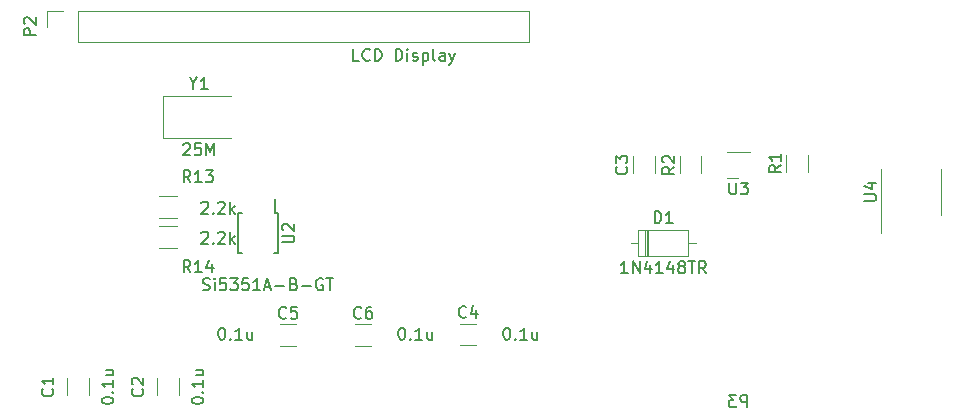
<source format=gbr>
%TF.GenerationSoftware,KiCad,Pcbnew,(6.0.6)*%
%TF.CreationDate,2022-07-29T16:20:17-07:00*%
%TF.ProjectId,uBitx Raduino Clone V2,75426974-7820-4526-9164-75696e6f2043,rev?*%
%TF.SameCoordinates,Original*%
%TF.FileFunction,Legend,Top*%
%TF.FilePolarity,Positive*%
%FSLAX46Y46*%
G04 Gerber Fmt 4.6, Leading zero omitted, Abs format (unit mm)*
G04 Created by KiCad (PCBNEW (6.0.6)) date 2022-07-29 16:20:17*
%MOMM*%
%LPD*%
G01*
G04 APERTURE LIST*
%ADD10C,0.150000*%
%ADD11C,0.120000*%
G04 APERTURE END LIST*
D10*
%TO.C,C3*%
X208819142Y-108370666D02*
X208866761Y-108418285D01*
X208914380Y-108561142D01*
X208914380Y-108656380D01*
X208866761Y-108799238D01*
X208771523Y-108894476D01*
X208676285Y-108942095D01*
X208485809Y-108989714D01*
X208342952Y-108989714D01*
X208152476Y-108942095D01*
X208057238Y-108894476D01*
X207962000Y-108799238D01*
X207914380Y-108656380D01*
X207914380Y-108561142D01*
X207962000Y-108418285D01*
X208009619Y-108370666D01*
X207914380Y-108037333D02*
X207914380Y-107418285D01*
X208295333Y-107751619D01*
X208295333Y-107608761D01*
X208342952Y-107513523D01*
X208390571Y-107465904D01*
X208485809Y-107418285D01*
X208723904Y-107418285D01*
X208819142Y-107465904D01*
X208866761Y-107513523D01*
X208914380Y-107608761D01*
X208914380Y-107894476D01*
X208866761Y-107989714D01*
X208819142Y-108037333D01*
%TO.C,C4*%
X195253333Y-121062142D02*
X195205714Y-121109761D01*
X195062857Y-121157380D01*
X194967619Y-121157380D01*
X194824761Y-121109761D01*
X194729523Y-121014523D01*
X194681904Y-120919285D01*
X194634285Y-120728809D01*
X194634285Y-120585952D01*
X194681904Y-120395476D01*
X194729523Y-120300238D01*
X194824761Y-120205000D01*
X194967619Y-120157380D01*
X195062857Y-120157380D01*
X195205714Y-120205000D01*
X195253333Y-120252619D01*
X196110476Y-120490714D02*
X196110476Y-121157380D01*
X195872380Y-120109761D02*
X195634285Y-120824047D01*
X196253333Y-120824047D01*
X198650714Y-122007380D02*
X198745952Y-122007380D01*
X198841190Y-122055000D01*
X198888809Y-122102619D01*
X198936428Y-122197857D01*
X198984047Y-122388333D01*
X198984047Y-122626428D01*
X198936428Y-122816904D01*
X198888809Y-122912142D01*
X198841190Y-122959761D01*
X198745952Y-123007380D01*
X198650714Y-123007380D01*
X198555476Y-122959761D01*
X198507857Y-122912142D01*
X198460238Y-122816904D01*
X198412619Y-122626428D01*
X198412619Y-122388333D01*
X198460238Y-122197857D01*
X198507857Y-122102619D01*
X198555476Y-122055000D01*
X198650714Y-122007380D01*
X199412619Y-122912142D02*
X199460238Y-122959761D01*
X199412619Y-123007380D01*
X199365000Y-122959761D01*
X199412619Y-122912142D01*
X199412619Y-123007380D01*
X200412619Y-123007380D02*
X199841190Y-123007380D01*
X200126904Y-123007380D02*
X200126904Y-122007380D01*
X200031666Y-122150238D01*
X199936428Y-122245476D01*
X199841190Y-122293095D01*
X201269761Y-122340714D02*
X201269761Y-123007380D01*
X200841190Y-122340714D02*
X200841190Y-122864523D01*
X200888809Y-122959761D01*
X200984047Y-123007380D01*
X201126904Y-123007380D01*
X201222142Y-122959761D01*
X201269761Y-122912142D01*
%TO.C,U2*%
X179692380Y-114761904D02*
X180501904Y-114761904D01*
X180597142Y-114714285D01*
X180644761Y-114666666D01*
X180692380Y-114571428D01*
X180692380Y-114380952D01*
X180644761Y-114285714D01*
X180597142Y-114238095D01*
X180501904Y-114190476D01*
X179692380Y-114190476D01*
X179787619Y-113761904D02*
X179740000Y-113714285D01*
X179692380Y-113619047D01*
X179692380Y-113380952D01*
X179740000Y-113285714D01*
X179787619Y-113238095D01*
X179882857Y-113190476D01*
X179978095Y-113190476D01*
X180120952Y-113238095D01*
X180692380Y-113809523D01*
X180692380Y-113190476D01*
X172958809Y-118768761D02*
X173101666Y-118816380D01*
X173339761Y-118816380D01*
X173435000Y-118768761D01*
X173482619Y-118721142D01*
X173530238Y-118625904D01*
X173530238Y-118530666D01*
X173482619Y-118435428D01*
X173435000Y-118387809D01*
X173339761Y-118340190D01*
X173149285Y-118292571D01*
X173054047Y-118244952D01*
X173006428Y-118197333D01*
X172958809Y-118102095D01*
X172958809Y-118006857D01*
X173006428Y-117911619D01*
X173054047Y-117864000D01*
X173149285Y-117816380D01*
X173387380Y-117816380D01*
X173530238Y-117864000D01*
X173958809Y-118816380D02*
X173958809Y-118149714D01*
X173958809Y-117816380D02*
X173911190Y-117864000D01*
X173958809Y-117911619D01*
X174006428Y-117864000D01*
X173958809Y-117816380D01*
X173958809Y-117911619D01*
X174911190Y-117816380D02*
X174435000Y-117816380D01*
X174387380Y-118292571D01*
X174435000Y-118244952D01*
X174530238Y-118197333D01*
X174768333Y-118197333D01*
X174863571Y-118244952D01*
X174911190Y-118292571D01*
X174958809Y-118387809D01*
X174958809Y-118625904D01*
X174911190Y-118721142D01*
X174863571Y-118768761D01*
X174768333Y-118816380D01*
X174530238Y-118816380D01*
X174435000Y-118768761D01*
X174387380Y-118721142D01*
X175292142Y-117816380D02*
X175911190Y-117816380D01*
X175577857Y-118197333D01*
X175720714Y-118197333D01*
X175815952Y-118244952D01*
X175863571Y-118292571D01*
X175911190Y-118387809D01*
X175911190Y-118625904D01*
X175863571Y-118721142D01*
X175815952Y-118768761D01*
X175720714Y-118816380D01*
X175435000Y-118816380D01*
X175339761Y-118768761D01*
X175292142Y-118721142D01*
X176815952Y-117816380D02*
X176339761Y-117816380D01*
X176292142Y-118292571D01*
X176339761Y-118244952D01*
X176435000Y-118197333D01*
X176673095Y-118197333D01*
X176768333Y-118244952D01*
X176815952Y-118292571D01*
X176863571Y-118387809D01*
X176863571Y-118625904D01*
X176815952Y-118721142D01*
X176768333Y-118768761D01*
X176673095Y-118816380D01*
X176435000Y-118816380D01*
X176339761Y-118768761D01*
X176292142Y-118721142D01*
X177815952Y-118816380D02*
X177244523Y-118816380D01*
X177530238Y-118816380D02*
X177530238Y-117816380D01*
X177435000Y-117959238D01*
X177339761Y-118054476D01*
X177244523Y-118102095D01*
X178196904Y-118530666D02*
X178673095Y-118530666D01*
X178101666Y-118816380D02*
X178435000Y-117816380D01*
X178768333Y-118816380D01*
X179101666Y-118435428D02*
X179863571Y-118435428D01*
X180673095Y-118292571D02*
X180815952Y-118340190D01*
X180863571Y-118387809D01*
X180911190Y-118483047D01*
X180911190Y-118625904D01*
X180863571Y-118721142D01*
X180815952Y-118768761D01*
X180720714Y-118816380D01*
X180339761Y-118816380D01*
X180339761Y-117816380D01*
X180673095Y-117816380D01*
X180768333Y-117864000D01*
X180815952Y-117911619D01*
X180863571Y-118006857D01*
X180863571Y-118102095D01*
X180815952Y-118197333D01*
X180768333Y-118244952D01*
X180673095Y-118292571D01*
X180339761Y-118292571D01*
X181339761Y-118435428D02*
X182101666Y-118435428D01*
X183101666Y-117864000D02*
X183006428Y-117816380D01*
X182863571Y-117816380D01*
X182720714Y-117864000D01*
X182625476Y-117959238D01*
X182577857Y-118054476D01*
X182530238Y-118244952D01*
X182530238Y-118387809D01*
X182577857Y-118578285D01*
X182625476Y-118673523D01*
X182720714Y-118768761D01*
X182863571Y-118816380D01*
X182958809Y-118816380D01*
X183101666Y-118768761D01*
X183149285Y-118721142D01*
X183149285Y-118387809D01*
X182958809Y-118387809D01*
X183435000Y-117816380D02*
X184006428Y-117816380D01*
X183720714Y-118816380D02*
X183720714Y-117816380D01*
%TO.C,C1*%
X160217142Y-127166666D02*
X160264761Y-127214285D01*
X160312380Y-127357142D01*
X160312380Y-127452380D01*
X160264761Y-127595238D01*
X160169523Y-127690476D01*
X160074285Y-127738095D01*
X159883809Y-127785714D01*
X159740952Y-127785714D01*
X159550476Y-127738095D01*
X159455238Y-127690476D01*
X159360000Y-127595238D01*
X159312380Y-127452380D01*
X159312380Y-127357142D01*
X159360000Y-127214285D01*
X159407619Y-127166666D01*
X160312380Y-126214285D02*
X160312380Y-126785714D01*
X160312380Y-126500000D02*
X159312380Y-126500000D01*
X159455238Y-126595238D01*
X159550476Y-126690476D01*
X159598095Y-126785714D01*
X164392380Y-128214285D02*
X164392380Y-128119047D01*
X164440000Y-128023809D01*
X164487619Y-127976190D01*
X164582857Y-127928571D01*
X164773333Y-127880952D01*
X165011428Y-127880952D01*
X165201904Y-127928571D01*
X165297142Y-127976190D01*
X165344761Y-128023809D01*
X165392380Y-128119047D01*
X165392380Y-128214285D01*
X165344761Y-128309523D01*
X165297142Y-128357142D01*
X165201904Y-128404761D01*
X165011428Y-128452380D01*
X164773333Y-128452380D01*
X164582857Y-128404761D01*
X164487619Y-128357142D01*
X164440000Y-128309523D01*
X164392380Y-128214285D01*
X165297142Y-127452380D02*
X165344761Y-127404761D01*
X165392380Y-127452380D01*
X165344761Y-127500000D01*
X165297142Y-127452380D01*
X165392380Y-127452380D01*
X165392380Y-126452380D02*
X165392380Y-127023809D01*
X165392380Y-126738095D02*
X164392380Y-126738095D01*
X164535238Y-126833333D01*
X164630476Y-126928571D01*
X164678095Y-127023809D01*
X164725714Y-125595238D02*
X165392380Y-125595238D01*
X164725714Y-126023809D02*
X165249523Y-126023809D01*
X165344761Y-125976190D01*
X165392380Y-125880952D01*
X165392380Y-125738095D01*
X165344761Y-125642857D01*
X165297142Y-125595238D01*
%TO.C,C5*%
X180013333Y-121132142D02*
X179965714Y-121179761D01*
X179822857Y-121227380D01*
X179727619Y-121227380D01*
X179584761Y-121179761D01*
X179489523Y-121084523D01*
X179441904Y-120989285D01*
X179394285Y-120798809D01*
X179394285Y-120655952D01*
X179441904Y-120465476D01*
X179489523Y-120370238D01*
X179584761Y-120275000D01*
X179727619Y-120227380D01*
X179822857Y-120227380D01*
X179965714Y-120275000D01*
X180013333Y-120322619D01*
X180918095Y-120227380D02*
X180441904Y-120227380D01*
X180394285Y-120703571D01*
X180441904Y-120655952D01*
X180537142Y-120608333D01*
X180775238Y-120608333D01*
X180870476Y-120655952D01*
X180918095Y-120703571D01*
X180965714Y-120798809D01*
X180965714Y-121036904D01*
X180918095Y-121132142D01*
X180870476Y-121179761D01*
X180775238Y-121227380D01*
X180537142Y-121227380D01*
X180441904Y-121179761D01*
X180394285Y-121132142D01*
X174520714Y-122007380D02*
X174615952Y-122007380D01*
X174711190Y-122055000D01*
X174758809Y-122102619D01*
X174806428Y-122197857D01*
X174854047Y-122388333D01*
X174854047Y-122626428D01*
X174806428Y-122816904D01*
X174758809Y-122912142D01*
X174711190Y-122959761D01*
X174615952Y-123007380D01*
X174520714Y-123007380D01*
X174425476Y-122959761D01*
X174377857Y-122912142D01*
X174330238Y-122816904D01*
X174282619Y-122626428D01*
X174282619Y-122388333D01*
X174330238Y-122197857D01*
X174377857Y-122102619D01*
X174425476Y-122055000D01*
X174520714Y-122007380D01*
X175282619Y-122912142D02*
X175330238Y-122959761D01*
X175282619Y-123007380D01*
X175235000Y-122959761D01*
X175282619Y-122912142D01*
X175282619Y-123007380D01*
X176282619Y-123007380D02*
X175711190Y-123007380D01*
X175996904Y-123007380D02*
X175996904Y-122007380D01*
X175901666Y-122150238D01*
X175806428Y-122245476D01*
X175711190Y-122293095D01*
X177139761Y-122340714D02*
X177139761Y-123007380D01*
X176711190Y-122340714D02*
X176711190Y-122864523D01*
X176758809Y-122959761D01*
X176854047Y-123007380D01*
X176996904Y-123007380D01*
X177092142Y-122959761D01*
X177139761Y-122912142D01*
%TO.C,R13*%
X171917142Y-109672380D02*
X171583809Y-109196190D01*
X171345714Y-109672380D02*
X171345714Y-108672380D01*
X171726666Y-108672380D01*
X171821904Y-108720000D01*
X171869523Y-108767619D01*
X171917142Y-108862857D01*
X171917142Y-109005714D01*
X171869523Y-109100952D01*
X171821904Y-109148571D01*
X171726666Y-109196190D01*
X171345714Y-109196190D01*
X172869523Y-109672380D02*
X172298095Y-109672380D01*
X172583809Y-109672380D02*
X172583809Y-108672380D01*
X172488571Y-108815238D01*
X172393333Y-108910476D01*
X172298095Y-108958095D01*
X173202857Y-108672380D02*
X173821904Y-108672380D01*
X173488571Y-109053333D01*
X173631428Y-109053333D01*
X173726666Y-109100952D01*
X173774285Y-109148571D01*
X173821904Y-109243809D01*
X173821904Y-109481904D01*
X173774285Y-109577142D01*
X173726666Y-109624761D01*
X173631428Y-109672380D01*
X173345714Y-109672380D01*
X173250476Y-109624761D01*
X173202857Y-109577142D01*
X172839238Y-111434619D02*
X172886857Y-111387000D01*
X172982095Y-111339380D01*
X173220190Y-111339380D01*
X173315428Y-111387000D01*
X173363047Y-111434619D01*
X173410666Y-111529857D01*
X173410666Y-111625095D01*
X173363047Y-111767952D01*
X172791619Y-112339380D01*
X173410666Y-112339380D01*
X173839238Y-112244142D02*
X173886857Y-112291761D01*
X173839238Y-112339380D01*
X173791619Y-112291761D01*
X173839238Y-112244142D01*
X173839238Y-112339380D01*
X174267809Y-111434619D02*
X174315428Y-111387000D01*
X174410666Y-111339380D01*
X174648761Y-111339380D01*
X174744000Y-111387000D01*
X174791619Y-111434619D01*
X174839238Y-111529857D01*
X174839238Y-111625095D01*
X174791619Y-111767952D01*
X174220190Y-112339380D01*
X174839238Y-112339380D01*
X175267809Y-112339380D02*
X175267809Y-111339380D01*
X175363047Y-111958428D02*
X175648761Y-112339380D01*
X175648761Y-111672714D02*
X175267809Y-112053666D01*
%TO.C,U3*%
X217551095Y-109712880D02*
X217551095Y-110522404D01*
X217598714Y-110617642D01*
X217646333Y-110665261D01*
X217741571Y-110712880D01*
X217932047Y-110712880D01*
X218027285Y-110665261D01*
X218074904Y-110617642D01*
X218122523Y-110522404D01*
X218122523Y-109712880D01*
X218503476Y-109712880D02*
X219122523Y-109712880D01*
X218789190Y-110093833D01*
X218932047Y-110093833D01*
X219027285Y-110141452D01*
X219074904Y-110189071D01*
X219122523Y-110284309D01*
X219122523Y-110522404D01*
X219074904Y-110617642D01*
X219027285Y-110665261D01*
X218932047Y-110712880D01*
X218646333Y-110712880D01*
X218551095Y-110665261D01*
X218503476Y-110617642D01*
%TO.C,C2*%
X167837142Y-127166666D02*
X167884761Y-127214285D01*
X167932380Y-127357142D01*
X167932380Y-127452380D01*
X167884761Y-127595238D01*
X167789523Y-127690476D01*
X167694285Y-127738095D01*
X167503809Y-127785714D01*
X167360952Y-127785714D01*
X167170476Y-127738095D01*
X167075238Y-127690476D01*
X166980000Y-127595238D01*
X166932380Y-127452380D01*
X166932380Y-127357142D01*
X166980000Y-127214285D01*
X167027619Y-127166666D01*
X167027619Y-126785714D02*
X166980000Y-126738095D01*
X166932380Y-126642857D01*
X166932380Y-126404761D01*
X166980000Y-126309523D01*
X167027619Y-126261904D01*
X167122857Y-126214285D01*
X167218095Y-126214285D01*
X167360952Y-126261904D01*
X167932380Y-126833333D01*
X167932380Y-126214285D01*
X172012380Y-128214285D02*
X172012380Y-128119047D01*
X172060000Y-128023809D01*
X172107619Y-127976190D01*
X172202857Y-127928571D01*
X172393333Y-127880952D01*
X172631428Y-127880952D01*
X172821904Y-127928571D01*
X172917142Y-127976190D01*
X172964761Y-128023809D01*
X173012380Y-128119047D01*
X173012380Y-128214285D01*
X172964761Y-128309523D01*
X172917142Y-128357142D01*
X172821904Y-128404761D01*
X172631428Y-128452380D01*
X172393333Y-128452380D01*
X172202857Y-128404761D01*
X172107619Y-128357142D01*
X172060000Y-128309523D01*
X172012380Y-128214285D01*
X172917142Y-127452380D02*
X172964761Y-127404761D01*
X173012380Y-127452380D01*
X172964761Y-127500000D01*
X172917142Y-127452380D01*
X173012380Y-127452380D01*
X173012380Y-126452380D02*
X173012380Y-127023809D01*
X173012380Y-126738095D02*
X172012380Y-126738095D01*
X172155238Y-126833333D01*
X172250476Y-126928571D01*
X172298095Y-127023809D01*
X172345714Y-125595238D02*
X173012380Y-125595238D01*
X172345714Y-126023809D02*
X172869523Y-126023809D01*
X172964761Y-125976190D01*
X173012380Y-125880952D01*
X173012380Y-125738095D01*
X172964761Y-125642857D01*
X172917142Y-125595238D01*
%TO.C,R14*%
X171917142Y-117292380D02*
X171583809Y-116816190D01*
X171345714Y-117292380D02*
X171345714Y-116292380D01*
X171726666Y-116292380D01*
X171821904Y-116340000D01*
X171869523Y-116387619D01*
X171917142Y-116482857D01*
X171917142Y-116625714D01*
X171869523Y-116720952D01*
X171821904Y-116768571D01*
X171726666Y-116816190D01*
X171345714Y-116816190D01*
X172869523Y-117292380D02*
X172298095Y-117292380D01*
X172583809Y-117292380D02*
X172583809Y-116292380D01*
X172488571Y-116435238D01*
X172393333Y-116530476D01*
X172298095Y-116578095D01*
X173726666Y-116625714D02*
X173726666Y-117292380D01*
X173488571Y-116244761D02*
X173250476Y-116959047D01*
X173869523Y-116959047D01*
X172839238Y-113974619D02*
X172886857Y-113927000D01*
X172982095Y-113879380D01*
X173220190Y-113879380D01*
X173315428Y-113927000D01*
X173363047Y-113974619D01*
X173410666Y-114069857D01*
X173410666Y-114165095D01*
X173363047Y-114307952D01*
X172791619Y-114879380D01*
X173410666Y-114879380D01*
X173839238Y-114784142D02*
X173886857Y-114831761D01*
X173839238Y-114879380D01*
X173791619Y-114831761D01*
X173839238Y-114784142D01*
X173839238Y-114879380D01*
X174267809Y-113974619D02*
X174315428Y-113927000D01*
X174410666Y-113879380D01*
X174648761Y-113879380D01*
X174744000Y-113927000D01*
X174791619Y-113974619D01*
X174839238Y-114069857D01*
X174839238Y-114165095D01*
X174791619Y-114307952D01*
X174220190Y-114879380D01*
X174839238Y-114879380D01*
X175267809Y-114879380D02*
X175267809Y-113879380D01*
X175363047Y-114498428D02*
X175648761Y-114879380D01*
X175648761Y-114212714D02*
X175267809Y-114593666D01*
%TO.C,R2*%
X212881380Y-108370666D02*
X212405190Y-108704000D01*
X212881380Y-108942095D02*
X211881380Y-108942095D01*
X211881380Y-108561142D01*
X211929000Y-108465904D01*
X211976619Y-108418285D01*
X212071857Y-108370666D01*
X212214714Y-108370666D01*
X212309952Y-108418285D01*
X212357571Y-108465904D01*
X212405190Y-108561142D01*
X212405190Y-108942095D01*
X211976619Y-107989714D02*
X211929000Y-107942095D01*
X211881380Y-107846857D01*
X211881380Y-107608761D01*
X211929000Y-107513523D01*
X211976619Y-107465904D01*
X212071857Y-107418285D01*
X212167095Y-107418285D01*
X212309952Y-107465904D01*
X212881380Y-108037333D01*
X212881380Y-107418285D01*
%TO.C,C6*%
X186363333Y-121132142D02*
X186315714Y-121179761D01*
X186172857Y-121227380D01*
X186077619Y-121227380D01*
X185934761Y-121179761D01*
X185839523Y-121084523D01*
X185791904Y-120989285D01*
X185744285Y-120798809D01*
X185744285Y-120655952D01*
X185791904Y-120465476D01*
X185839523Y-120370238D01*
X185934761Y-120275000D01*
X186077619Y-120227380D01*
X186172857Y-120227380D01*
X186315714Y-120275000D01*
X186363333Y-120322619D01*
X187220476Y-120227380D02*
X187030000Y-120227380D01*
X186934761Y-120275000D01*
X186887142Y-120322619D01*
X186791904Y-120465476D01*
X186744285Y-120655952D01*
X186744285Y-121036904D01*
X186791904Y-121132142D01*
X186839523Y-121179761D01*
X186934761Y-121227380D01*
X187125238Y-121227380D01*
X187220476Y-121179761D01*
X187268095Y-121132142D01*
X187315714Y-121036904D01*
X187315714Y-120798809D01*
X187268095Y-120703571D01*
X187220476Y-120655952D01*
X187125238Y-120608333D01*
X186934761Y-120608333D01*
X186839523Y-120655952D01*
X186791904Y-120703571D01*
X186744285Y-120798809D01*
X189760714Y-122007380D02*
X189855952Y-122007380D01*
X189951190Y-122055000D01*
X189998809Y-122102619D01*
X190046428Y-122197857D01*
X190094047Y-122388333D01*
X190094047Y-122626428D01*
X190046428Y-122816904D01*
X189998809Y-122912142D01*
X189951190Y-122959761D01*
X189855952Y-123007380D01*
X189760714Y-123007380D01*
X189665476Y-122959761D01*
X189617857Y-122912142D01*
X189570238Y-122816904D01*
X189522619Y-122626428D01*
X189522619Y-122388333D01*
X189570238Y-122197857D01*
X189617857Y-122102619D01*
X189665476Y-122055000D01*
X189760714Y-122007380D01*
X190522619Y-122912142D02*
X190570238Y-122959761D01*
X190522619Y-123007380D01*
X190475000Y-122959761D01*
X190522619Y-122912142D01*
X190522619Y-123007380D01*
X191522619Y-123007380D02*
X190951190Y-123007380D01*
X191236904Y-123007380D02*
X191236904Y-122007380D01*
X191141666Y-122150238D01*
X191046428Y-122245476D01*
X190951190Y-122293095D01*
X192379761Y-122340714D02*
X192379761Y-123007380D01*
X191951190Y-122340714D02*
X191951190Y-122864523D01*
X191998809Y-122959761D01*
X192094047Y-123007380D01*
X192236904Y-123007380D01*
X192332142Y-122959761D01*
X192379761Y-122912142D01*
%TO.C,R1*%
X221898380Y-108243666D02*
X221422190Y-108577000D01*
X221898380Y-108815095D02*
X220898380Y-108815095D01*
X220898380Y-108434142D01*
X220946000Y-108338904D01*
X220993619Y-108291285D01*
X221088857Y-108243666D01*
X221231714Y-108243666D01*
X221326952Y-108291285D01*
X221374571Y-108338904D01*
X221422190Y-108434142D01*
X221422190Y-108815095D01*
X221898380Y-107291285D02*
X221898380Y-107862714D01*
X221898380Y-107577000D02*
X220898380Y-107577000D01*
X221041238Y-107672238D01*
X221136476Y-107767476D01*
X221184095Y-107862714D01*
%TO.C,Y1*%
X172171809Y-101316190D02*
X172171809Y-101792380D01*
X171838476Y-100792380D02*
X172171809Y-101316190D01*
X172505142Y-100792380D01*
X173362285Y-101792380D02*
X172790857Y-101792380D01*
X173076571Y-101792380D02*
X173076571Y-100792380D01*
X172981333Y-100935238D01*
X172886095Y-101030476D01*
X172790857Y-101078095D01*
X171314666Y-106487619D02*
X171362285Y-106440000D01*
X171457523Y-106392380D01*
X171695619Y-106392380D01*
X171790857Y-106440000D01*
X171838476Y-106487619D01*
X171886095Y-106582857D01*
X171886095Y-106678095D01*
X171838476Y-106820952D01*
X171267047Y-107392380D01*
X171886095Y-107392380D01*
X172790857Y-106392380D02*
X172314666Y-106392380D01*
X172267047Y-106868571D01*
X172314666Y-106820952D01*
X172409904Y-106773333D01*
X172648000Y-106773333D01*
X172743238Y-106820952D01*
X172790857Y-106868571D01*
X172838476Y-106963809D01*
X172838476Y-107201904D01*
X172790857Y-107297142D01*
X172743238Y-107344761D01*
X172648000Y-107392380D01*
X172409904Y-107392380D01*
X172314666Y-107344761D01*
X172267047Y-107297142D01*
X173267047Y-107392380D02*
X173267047Y-106392380D01*
X173600380Y-107106666D01*
X173933714Y-106392380D01*
X173933714Y-107392380D01*
%TO.C,D1*%
X211224904Y-113140380D02*
X211224904Y-112140380D01*
X211463000Y-112140380D01*
X211605857Y-112188000D01*
X211701095Y-112283238D01*
X211748714Y-112378476D01*
X211796333Y-112568952D01*
X211796333Y-112711809D01*
X211748714Y-112902285D01*
X211701095Y-112997523D01*
X211605857Y-113092761D01*
X211463000Y-113140380D01*
X211224904Y-113140380D01*
X212748714Y-113140380D02*
X212177285Y-113140380D01*
X212463000Y-113140380D02*
X212463000Y-112140380D01*
X212367761Y-112283238D01*
X212272523Y-112378476D01*
X212177285Y-112426095D01*
X208939190Y-117380380D02*
X208367761Y-117380380D01*
X208653476Y-117380380D02*
X208653476Y-116380380D01*
X208558238Y-116523238D01*
X208463000Y-116618476D01*
X208367761Y-116666095D01*
X209367761Y-117380380D02*
X209367761Y-116380380D01*
X209939190Y-117380380D01*
X209939190Y-116380380D01*
X210843952Y-116713714D02*
X210843952Y-117380380D01*
X210605857Y-116332761D02*
X210367761Y-117047047D01*
X210986809Y-117047047D01*
X211891571Y-117380380D02*
X211320142Y-117380380D01*
X211605857Y-117380380D02*
X211605857Y-116380380D01*
X211510619Y-116523238D01*
X211415380Y-116618476D01*
X211320142Y-116666095D01*
X212748714Y-116713714D02*
X212748714Y-117380380D01*
X212510619Y-116332761D02*
X212272523Y-117047047D01*
X212891571Y-117047047D01*
X213415380Y-116808952D02*
X213320142Y-116761333D01*
X213272523Y-116713714D01*
X213224904Y-116618476D01*
X213224904Y-116570857D01*
X213272523Y-116475619D01*
X213320142Y-116428000D01*
X213415380Y-116380380D01*
X213605857Y-116380380D01*
X213701095Y-116428000D01*
X213748714Y-116475619D01*
X213796333Y-116570857D01*
X213796333Y-116618476D01*
X213748714Y-116713714D01*
X213701095Y-116761333D01*
X213605857Y-116808952D01*
X213415380Y-116808952D01*
X213320142Y-116856571D01*
X213272523Y-116904190D01*
X213224904Y-116999428D01*
X213224904Y-117189904D01*
X213272523Y-117285142D01*
X213320142Y-117332761D01*
X213415380Y-117380380D01*
X213605857Y-117380380D01*
X213701095Y-117332761D01*
X213748714Y-117285142D01*
X213796333Y-117189904D01*
X213796333Y-116999428D01*
X213748714Y-116904190D01*
X213701095Y-116856571D01*
X213605857Y-116808952D01*
X214082047Y-116380380D02*
X214653476Y-116380380D01*
X214367761Y-117380380D02*
X214367761Y-116380380D01*
X215558238Y-117380380D02*
X215224904Y-116904190D01*
X214986809Y-117380380D02*
X214986809Y-116380380D01*
X215367761Y-116380380D01*
X215463000Y-116428000D01*
X215510619Y-116475619D01*
X215558238Y-116570857D01*
X215558238Y-116713714D01*
X215510619Y-116808952D01*
X215463000Y-116856571D01*
X215367761Y-116904190D01*
X214986809Y-116904190D01*
%TO.C,P2*%
X158812380Y-97233095D02*
X157812380Y-97233095D01*
X157812380Y-96852142D01*
X157860000Y-96756904D01*
X157907619Y-96709285D01*
X158002857Y-96661666D01*
X158145714Y-96661666D01*
X158240952Y-96709285D01*
X158288571Y-96756904D01*
X158336190Y-96852142D01*
X158336190Y-97233095D01*
X157907619Y-96280714D02*
X157860000Y-96233095D01*
X157812380Y-96137857D01*
X157812380Y-95899761D01*
X157860000Y-95804523D01*
X157907619Y-95756904D01*
X158002857Y-95709285D01*
X158098095Y-95709285D01*
X158240952Y-95756904D01*
X158812380Y-96328333D01*
X158812380Y-95709285D01*
X186197095Y-99385380D02*
X185720904Y-99385380D01*
X185720904Y-98385380D01*
X187101857Y-99290142D02*
X187054238Y-99337761D01*
X186911380Y-99385380D01*
X186816142Y-99385380D01*
X186673285Y-99337761D01*
X186578047Y-99242523D01*
X186530428Y-99147285D01*
X186482809Y-98956809D01*
X186482809Y-98813952D01*
X186530428Y-98623476D01*
X186578047Y-98528238D01*
X186673285Y-98433000D01*
X186816142Y-98385380D01*
X186911380Y-98385380D01*
X187054238Y-98433000D01*
X187101857Y-98480619D01*
X187530428Y-99385380D02*
X187530428Y-98385380D01*
X187768523Y-98385380D01*
X187911380Y-98433000D01*
X188006619Y-98528238D01*
X188054238Y-98623476D01*
X188101857Y-98813952D01*
X188101857Y-98956809D01*
X188054238Y-99147285D01*
X188006619Y-99242523D01*
X187911380Y-99337761D01*
X187768523Y-99385380D01*
X187530428Y-99385380D01*
X189292333Y-99385380D02*
X189292333Y-98385380D01*
X189530428Y-98385380D01*
X189673285Y-98433000D01*
X189768523Y-98528238D01*
X189816142Y-98623476D01*
X189863761Y-98813952D01*
X189863761Y-98956809D01*
X189816142Y-99147285D01*
X189768523Y-99242523D01*
X189673285Y-99337761D01*
X189530428Y-99385380D01*
X189292333Y-99385380D01*
X190292333Y-99385380D02*
X190292333Y-98718714D01*
X190292333Y-98385380D02*
X190244714Y-98433000D01*
X190292333Y-98480619D01*
X190339952Y-98433000D01*
X190292333Y-98385380D01*
X190292333Y-98480619D01*
X190720904Y-99337761D02*
X190816142Y-99385380D01*
X191006619Y-99385380D01*
X191101857Y-99337761D01*
X191149476Y-99242523D01*
X191149476Y-99194904D01*
X191101857Y-99099666D01*
X191006619Y-99052047D01*
X190863761Y-99052047D01*
X190768523Y-99004428D01*
X190720904Y-98909190D01*
X190720904Y-98861571D01*
X190768523Y-98766333D01*
X190863761Y-98718714D01*
X191006619Y-98718714D01*
X191101857Y-98766333D01*
X191578047Y-98718714D02*
X191578047Y-99718714D01*
X191578047Y-98766333D02*
X191673285Y-98718714D01*
X191863761Y-98718714D01*
X191959000Y-98766333D01*
X192006619Y-98813952D01*
X192054238Y-98909190D01*
X192054238Y-99194904D01*
X192006619Y-99290142D01*
X191959000Y-99337761D01*
X191863761Y-99385380D01*
X191673285Y-99385380D01*
X191578047Y-99337761D01*
X192625666Y-99385380D02*
X192530428Y-99337761D01*
X192482809Y-99242523D01*
X192482809Y-98385380D01*
X193435190Y-99385380D02*
X193435190Y-98861571D01*
X193387571Y-98766333D01*
X193292333Y-98718714D01*
X193101857Y-98718714D01*
X193006619Y-98766333D01*
X193435190Y-99337761D02*
X193339952Y-99385380D01*
X193101857Y-99385380D01*
X193006619Y-99337761D01*
X192959000Y-99242523D01*
X192959000Y-99147285D01*
X193006619Y-99052047D01*
X193101857Y-99004428D01*
X193339952Y-99004428D01*
X193435190Y-98956809D01*
X193816142Y-98718714D02*
X194054238Y-99385380D01*
X194292333Y-98718714D02*
X194054238Y-99385380D01*
X193959000Y-99623476D01*
X193911380Y-99671095D01*
X193816142Y-99718714D01*
%TO.C,U4*%
X228970380Y-111251904D02*
X229779904Y-111251904D01*
X229875142Y-111204285D01*
X229922761Y-111156666D01*
X229970380Y-111061428D01*
X229970380Y-110870952D01*
X229922761Y-110775714D01*
X229875142Y-110728095D01*
X229779904Y-110680476D01*
X228970380Y-110680476D01*
X229303714Y-109775714D02*
X229970380Y-109775714D01*
X228922761Y-110013809D02*
X229637047Y-110251904D01*
X229637047Y-109632857D01*
%TO.C,P3*%
X219018095Y-128722380D02*
X219018095Y-127722380D01*
X218637142Y-127722380D01*
X218541904Y-127770000D01*
X218494285Y-127817619D01*
X218446666Y-127912857D01*
X218446666Y-128055714D01*
X218494285Y-128150952D01*
X218541904Y-128198571D01*
X218637142Y-128246190D01*
X219018095Y-128246190D01*
X218113333Y-127722380D02*
X217494285Y-127722380D01*
X217827619Y-128103333D01*
X217684761Y-128103333D01*
X217589523Y-128150952D01*
X217541904Y-128198571D01*
X217494285Y-128293809D01*
X217494285Y-128531904D01*
X217541904Y-128627142D01*
X217589523Y-128674761D01*
X217684761Y-128722380D01*
X217970476Y-128722380D01*
X218065714Y-128674761D01*
X218113333Y-128627142D01*
D11*
%TO.C,C3*%
X211222000Y-108915252D02*
X211222000Y-107492748D01*
X209402000Y-108915252D02*
X209402000Y-107492748D01*
%TO.C,C4*%
X194708748Y-121645000D02*
X196131252Y-121645000D01*
X194708748Y-123465000D02*
X196131252Y-123465000D01*
D10*
%TO.C,U2*%
X175965000Y-112325000D02*
X176265000Y-112325000D01*
X179090000Y-112325000D02*
X179090000Y-111100000D01*
X175965000Y-115675000D02*
X176265000Y-115675000D01*
X179315000Y-112325000D02*
X179315000Y-115675000D01*
X179315000Y-115675000D02*
X179015000Y-115675000D01*
X175965000Y-112325000D02*
X175965000Y-115675000D01*
X179315000Y-112325000D02*
X179090000Y-112325000D01*
D11*
%TO.C,C1*%
X161490000Y-126288748D02*
X161490000Y-127711252D01*
X163310000Y-126288748D02*
X163310000Y-127711252D01*
%TO.C,C5*%
X179468748Y-121715000D02*
X180891252Y-121715000D01*
X179468748Y-123535000D02*
X180891252Y-123535000D01*
%TO.C,R13*%
X170747064Y-110850000D02*
X169292936Y-110850000D01*
X170747064Y-112670000D02*
X169292936Y-112670000D01*
%TO.C,U3*%
X218313000Y-109360500D02*
X217313000Y-109360500D01*
X219313000Y-107160500D02*
X217313000Y-107160500D01*
%TO.C,C2*%
X169110000Y-126288748D02*
X169110000Y-127711252D01*
X170930000Y-126288748D02*
X170930000Y-127711252D01*
%TO.C,R14*%
X169292936Y-115210000D02*
X170747064Y-115210000D01*
X169292936Y-113390000D02*
X170747064Y-113390000D01*
%TO.C,R2*%
X215159000Y-108931064D02*
X215159000Y-107476936D01*
X213339000Y-108931064D02*
X213339000Y-107476936D01*
%TO.C,C6*%
X185818748Y-121715000D02*
X187241252Y-121715000D01*
X185818748Y-123535000D02*
X187241252Y-123535000D01*
%TO.C,R1*%
X224176000Y-108804064D02*
X224176000Y-107349936D01*
X222356000Y-108804064D02*
X222356000Y-107349936D01*
%TO.C,Y1*%
X169598000Y-102340000D02*
X169598000Y-105940000D01*
X175348000Y-102340000D02*
X169598000Y-102340000D01*
X169598000Y-105940000D02*
X175348000Y-105940000D01*
%TO.C,D1*%
X209193000Y-114808000D02*
X209843000Y-114808000D01*
X210683000Y-113688000D02*
X210683000Y-115928000D01*
X209843000Y-113688000D02*
X209843000Y-115928000D01*
X210563000Y-113688000D02*
X210563000Y-115928000D01*
X214083000Y-115928000D02*
X214083000Y-113688000D01*
X210443000Y-113688000D02*
X210443000Y-115928000D01*
X214083000Y-113688000D02*
X209843000Y-113688000D01*
X209843000Y-115928000D02*
X214083000Y-115928000D01*
X214733000Y-114808000D02*
X214083000Y-114808000D01*
%TO.C,P2*%
X200560000Y-97825000D02*
X200560000Y-95165000D01*
X162400000Y-97825000D02*
X200560000Y-97825000D01*
X159800000Y-95165000D02*
X161130000Y-95165000D01*
X159800000Y-96495000D02*
X159800000Y-95165000D01*
X162400000Y-95165000D02*
X200560000Y-95165000D01*
X162400000Y-97825000D02*
X162400000Y-95165000D01*
%TO.C,U4*%
X235478000Y-110490000D02*
X235478000Y-108540000D01*
X230358000Y-110490000D02*
X230358000Y-108540000D01*
X235478000Y-110490000D02*
X235478000Y-112440000D01*
X230358000Y-110490000D02*
X230358000Y-113940000D01*
%TD*%
M02*

</source>
